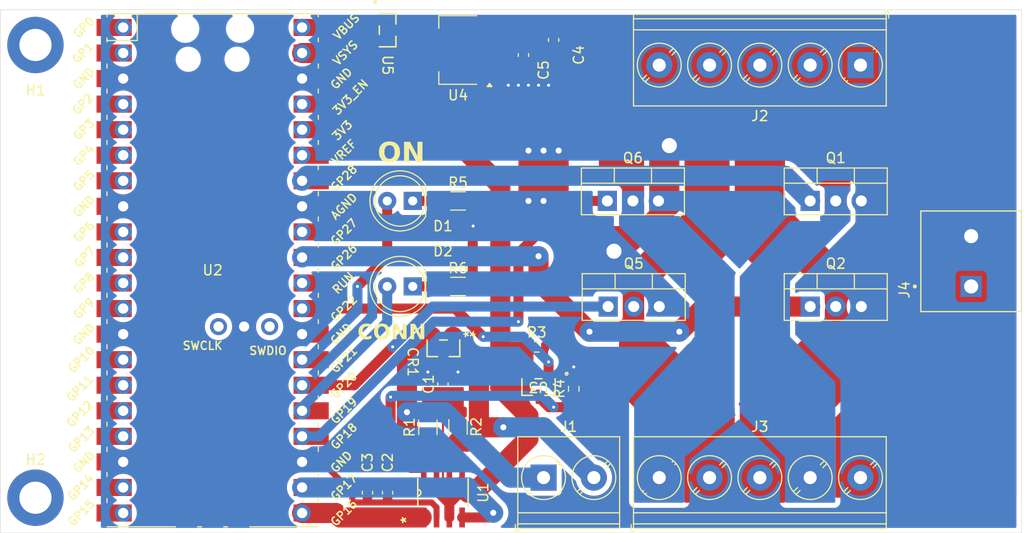
<source format=kicad_pcb>
(kicad_pcb (version 20240108) (generator "pcbnew") (generator_version "8.0")
  (layers (0 "F.Cu" signal) (31 "B.Cu" signal) (34 "B.Paste" user) (35 "F.Paste" user) (36 "B.SilkS" user "B.Silkscreen") (37 "F.SilkS" user "F.Silkscreen") (38 "B.Mask" user) (39 "F.Mask" user) (44 "Edge.Cuts" user))
  (net 0 "")
  (net 1 "GND")
  (net 2 "/CAN_VREF")
  (net 3 "VSYS")
  (net 4 "+12V")
  (net 5 "VCONV")
  (net 6 "/CANL")
  (net 7 "/CANH")
  (net 8 "/LED_ON")
  (net 9 "Net-(D1-K)")
  (net 10 "Net-(D2-K)")
  (net 11 "/LED_COMM")
  (net 12 "/LED_B")
  (net 13 "/LED_W")
  (net 14 "/LED_R")
  (net 15 "/LED_G")
  (net 16 "/GATE_R")
  (net 17 "/GATE_G")
  (net 18 "/GATE_B")
  (net 19 "/GATE_W")
  (net 20 "/CAN_ENL")
  (net 21 "/CAN_RS")
  (net 22 "/CAN_TX")
  (net 23 "/CAN_RX")
  (net 31 "VBUS")
  (footprint "Resistor_SMD:R_0603_1608Metric" (layer "F.Cu") (at 102 99.675 90)
    (property "Reference" "R4" (at 0 -1.43 90) (layer "F.SilkS"))
    (property "Value" "10KΩ" (hide yes))
    (pad "1" smd roundrect (at -0.825 0 90) (size 0.8 0.95) (layers "F.Cu" "F.Paste" "F.Mask") (net 21 "/CAN_RS"))
    (pad "2" smd roundrect (at 0.825 0 90) (size 0.8 0.95) (layers "F.Cu" "F.Paste" "F.Mask") (net 1 "GND"))
  )
  (footprint "pico:RPi_PicoW_SMD_TH" (layer "F.Cu") (at 66.11 87.89)
    (property "Reference" "U2" (at 0 0 0) (layer "F.SilkS"))
    (property "Value" "PicoW" (hide yes))
    (fp_text user "GP10" (at -13.054 8.89 45) (layer "F.SilkS") (effects (font (size 0.8 0.8))))
    (fp_text user "GP21" (at 13.054 8.9 45) (layer "F.SilkS") (effects (font (size 0.8 0.8))))
    (fp_text user "GP4" (at -12.8 -11.43 45) (layer "F.SilkS") (effects (font (size 0.8 0.8))))
    (fp_text user "SWCLK" (at -1 7.5 0) (layer "F.SilkS") (effects (font (size 0.8 0.8))))
    (fp_text user "GP16" (at 13.054 24.13 45) (layer "F.SilkS") (effects (font (size 0.8 0.8))))
    (fp_text user "GP17" (at 13.054 21.59 45) (layer "F.SilkS") (effects (font (size 0.8 0.8))))
    (fp_text user "GP14" (at -13.1 21.59 45) (layer "F.SilkS") (effects (font (size 0.8 0.8))))
    (fp_text user "SWDIO" (at 5.5 8 0) (layer "F.SilkS") (effects (font (size 0.8 0.8))))
    (fp_text user "GP8" (at -12.8 1.27 45) (layer "F.SilkS") (effects (font (size 0.8 0.8))))
    (fp_text user "GP11" (at -13.2 11.7525 45) (layer "F.SilkS") (effects (font (size 0.8 0.8))))
    (fp_text user "GP5" (at -12.8 -8.89 45) (layer "F.SilkS") (effects (font (size 0.8 0.8))))
    (fp_text user "VSYS" (at 13.2 -21.59 45) (layer "F.SilkS") (effects (font (size 0.8 0.8))))
    (fp_text user "GP2" (at -12.9 -16.51 45) (layer "F.SilkS") (effects (font (size 0.8 0.8))))
    (fp_text user "GND" (at -12.8 6.35 45) (layer "F.SilkS") (effects (font (size 0.8 0.8))))
    (fp_text user "GP27" (at 13.054 -3.8 45) (layer "F.SilkS") (effects (font (size 0.8 0.8))))
    (fp_text user "GP12" (at -13.2 14.2925 45) (layer "F.SilkS") (effects (font (size 0.8 0.8))))
    (fp_text user "GP28" (at 13.054 -9.144 45) (layer "F.SilkS") (effects (font (size 0.8 0.8))))
    (fp_text user "VBUS" (at 13.3 -24.2 45) (layer "F.SilkS") (effects (font (size 0.8 0.8))))
    (fp_text user "GP26" (at 13.054 -1.27 45) (layer "F.SilkS") (effects (font (size 0.8 0.8))))
    (fp_text user "VREF" (at 13.0675 -11.7425 45) (layer "F.SilkS") (effects (font (size 0.8 0.8))))
    (fp_text user "GP7" (at -12.7 -1.3 45) (layer "F.SilkS") (effects (font (size 0.8 0.8))))
    (fp_text user "GP20" (at 13.054 11.43 45) (layer "F.SilkS") (effects (font (size 0.8 0.8))))
    (fp_text user "GND" (at 12.8 -19.05 45) (layer "F.SilkS") (effects (font (size 0.8 0.8))))
    (fp_text user "GP6" (at -12.8 -3.81 45) (layer "F.SilkS") (effects (font (size 0.8 0.8))))
    (fp_text user "AGND" (at 13.054 -6.35 45) (layer "F.SilkS") (effects (font (size 0.8 0.8))))
    (fp_text user "GP1" (at -12.9 -21.6 45) (layer "F.SilkS") (effects (font (size 0.8 0.8))))
    (fp_text user "GP3" (at -12.8 -13.97 45) (layer "F.SilkS") (effects (font (size 0.8 0.8))))
    (fp_text user "GP18" (at 13.054 16.51 45) (layer "F.SilkS") (effects (font (size 0.8 0.8))))
    (fp_text user "GP13" (at -13.054 16.8325 45) (layer "F.SilkS") (effects (font (size 0.8 0.8))))
    (fp_text user "GND" (at 12.8 6.35 45) (layer "F.SilkS") (effects (font (size 0.8 0.8))))
    (fp_text user "GND" (at -12.8 19.05 45) (layer "F.SilkS") (effects (font (size 0.8 0.8))))
    (fp_text user "3V3" (at 12.9 -13.9 45) (layer "F.SilkS") (effects (font (size 0.8 0.8))))
    (fp_text user "GP9" (at -12.8 3.81 45) (layer "F.SilkS") (effects (font (size 0.8 0.8))))
    (fp_text user "GP0" (at -12.8 -24.13 45) (layer "F.SilkS") (effects (font (size 0.8 0.8))))
    (fp_text user "GND" (at -12.8 -19.05 45) (layer "F.SilkS") (effects (font (size 0.8 0.8))))
    (fp_text user "GP22" (at 13.054 3.81 45) (layer "F.SilkS") (effects (font (size 0.8 0.8))))
    (fp_text user "GP19" (at 13.054 13.97 45) (layer "F.SilkS") (effects (font (size 0.8 0.8))))
    (fp_text user "GP15" (at -13.054 24.13 45) (layer "F.SilkS") (effects (font (size 0.8 0.8))))
    (fp_text user "GND" (at -12.8 -6.35 45) (layer "F.SilkS") (effects (font (size 0.8 0.8))))
    (fp_text user "GND" (at 12.8 19.05 45) (layer "F.SilkS") (effects (font (size 0.8 0.8))))
    (fp_text user "3V3_EN" (at 13.7 -17.2 45) (layer "F.SilkS") (effects (font (size 0.8 0.8))))
    (fp_text user "RUN" (at 13 1.27 45) (layer "F.SilkS") (effects (font (size 0.8 0.8))))
    (pad "" np_thru_hole oval (at -2.725 -24) (size 1.8 1.8) (drill 1.8) (layers "*.Cu" "*.Mask"))
    (pad "" np_thru_hole oval (at -2.425 -20.97) (size 1.5 1.5) (drill 1.5) (layers "*.Cu" "*.Mask"))
    (pad "" np_thru_hole oval (at 2.425 -20.97) (size 1.5 1.5) (drill 1.5) (layers "*.Cu" "*.Mask"))
    (pad "" np_thru_hole oval (at 2.725 -24) (size 1.8 1.8) (drill 1.8) (layers "*.Cu" "*.Mask"))
    (pad "1" thru_hole oval (at -8.89 -24.13) (size 1.7 1.7) (drill 1.02) (layers "*.Cu" "*.Mask"))
    (pad "1" smd rect (at -8.89 -24.13) (size 3.5 1.7) (drill (offset -0.9 0)) (layers "F.Cu" "F.Mask"))
    (pad "2" thru_hole oval (at -8.89 -21.59) (size 1.7 1.7) (drill 1.02) (layers "*.Cu" "*.Mask"))
    (pad "2" smd rect (at -8.89 -21.59) (size 3.5 1.7) (drill (offset -0.9 0)) (layers "F.Cu" "F.Mask"))
    (pad "3" thru_hole rect (at -8.89 -19.05) (size 1.7 1.7) (drill 1.02) (layers "*.Cu" "*.Mask") (net 1 "GND"))
    (pad "3" smd rect (at -8.89 -19.05) (size 3.5 1.7) (drill (offset -0.9 0)) (layers "F.Cu" "F.Mask") (net 1 "GND"))
    (pad "4" thru_hole oval (at -8.89 -16.51) (size 1.7 1.7) (drill 1.02) (layers "*.Cu" "*.Mask"))
    (pad "4" smd rect (at -8.89 -16.51) (size 3.5 1.7) (drill (offset -0.9 0)) (layers "F.Cu" "F.Mask"))
    (pad "5" thru_hole oval (at -8.89 -13.97) (size 1.7 1.7) (drill 1.02) (layers "*.Cu" "*.Mask"))
    (pad "5" smd rect (at -8.89 -13.97) (size 3.5 1.7) (drill (offset -0.9 0)) (layers "F.Cu" "F.Mask"))
    (pad "6" thru_hole oval (at -8.89 -11.43) (size 1.7 1.7) (drill 1.02) (layers "*.Cu" "*.Mask"))
    (pad "6" smd rect (at -8.89 -11.43) (size 3.5 1.7) (drill (offset -0.9 0)) (layers "F.Cu" "F.Mask"))
    (pad "7" thru_hole oval (at -8.89 -8.89) (size 1.7 1.7) (drill 1.02) (layers "*.Cu" "*.Mask"))
    (pad "7" smd rect (at -8.89 -8.89) (size 3.5 1.7) (drill (offset -0.9 0)) (layers "F.Cu" "F.Mask"))
    (pad "8" thru_hole rect (at -8.89 -6.35) (size 1.7 1.7) (drill 1.02) (layers "*.Cu" "*.Mask") (net 1 "GND"))
    (pad "8" smd rect (at -8.89 -6.35) (size 3.5 1.7) (drill (offset -0.9 0)) (layers "F.Cu" "F.Mask") (net 1 "GND"))
    (pad "9" thru_hole oval (at -8.89 -3.81) (size 1.7 1.7) (drill 1.02) (layers "*.Cu" "*.Mask"))
    (pad "9" smd rect (at -8.89 -3.81) (size 3.5 1.7) (drill (offset -0.9 0)) (layers "F.Cu" "F.Mask"))
    (pad "10" thru_hole oval (at -8.89 -1.27) (size 1.7 1.7) (drill 1.02) (layers "*.Cu" "*.Mask"))
    (pad "10" smd rect (at -8.89 -1.27) (size 3.5 1.7) (drill (offset -0.9 0)) (layers "F.Cu" "F.Mask"))
    (pad "11" thru_hole oval (at -8.89 1.27) (size 1.7 1.7) (drill 1.02) (layers "*.Cu" "*.Mask"))
    (pad "11" smd rect (at -8.89 1.27) (size 3.5 1.7) (drill (offset -0.9 0)) (layers "F.Cu" "F.Mask"))
    (pad "12" thru_hole oval (at -8.89 3.81) (size 1.7 1.7) (drill 1.02) (layers "*.Cu" "*.Mask"))
    (pad "12" smd rect (at -8.89 3.81) (size 3.5 1.7) (drill (offset -0.9 0)) (layers "F.Cu" "F.Mask"))
    (pad "13" thru_hole rect (at -8.89 6.35) (size 1.7 1.7) (drill 1.02) (layers "*.Cu" "*.Mask") (net 1 "GND"))
    (pad "13" smd rect (at -8.89 6.35) (size 3.5 1.7) (drill (offset -0.9 0)) (layers "F.Cu" "F.Mask") (net 1 "GND"))
    (pad "14" thru_hole oval (at -8.89 8.89) (size 1.7 1.7) (drill 1.02) (layers "*.Cu" "*.Mask"))
    (pad "14" smd rect (at -8.89 8.89) (size 3.5 1.7) (drill (offset -0.9 0)) (layers "F.Cu" "F.Mask"))
    (pad "15" thru_hole oval (at -8.89 11.43) (size 1.7 1.7) (drill 1.02) (layers "*.Cu" "*.Mask"))
    (pad "15" smd rect (at -8.89 11.43) (size 3.5 1.7) (drill (offset -0.9 0)) (layers "F.Cu" "F.Mask"))
    (pad "16" thru_hole oval (at -8.89 13.97) (size 1.7 1.7) (drill 1.02) (layers "*.Cu" "*.Mask"))
    (pad "16" smd rect (at -8.89 13.97) (size 3.5 1.7) (drill (offset -0.9 0)) (layers "F.Cu" "F.Mask"))
    (pad "17" thru_hole oval (at -8.89 16.51) (size 1.7 1.7) (drill 1.02) (layers "*.Cu" "*.Mask"))
    (pad "17" smd rect (at -8.89 16.51) (size 3.5 1.7) (drill (offset -0.9 0)) (layers "F.Cu" "F.Mask"))
    (pad "18" thru_hole rect (at -8.89 19.05) (size 1.7 1.7) (drill 1.02) (layers "*.Cu" "*.Mask") (net 1 "GND"))
    (pad "18" smd rect (at -8.89 19.05) (size 3.5 1.7) (drill (offset -0.9 0)) (layers "F.Cu" "F.Mask") (net 1 "GND"))
    (pad "19" thru_hole oval (at -8.89 21.59) (size 1.7 1.7) (drill 1.02) (layers "*.Cu" "*.Mask"))
    (pad "19" smd rect (at -8.89 21.59) (size 3.5 1.7) (drill (offset -0.9 0)) (layers "F.Cu" "F.Mask"))
    (pad "20" thru_hole oval (at -8.89 24.13) (size 1.7 1.7) (drill 1.02) (layers "*.Cu" "*.Mask"))
    (pad "20" smd rect (at -8.89 24.13) (size 3.5 1.7) (drill (offset -0.9 0)) (layers "F.Cu" "F.Mask"))
    (pad "21" thru_hole oval (at 8.89 24.13) (size 1.7 1.7) (drill 1.02) (layers "*.Cu" "*.Mask") (net 22 "/CAN_TX"))
    (pad "21" smd rect (at 8.89 24.13) (size 3.5 1.7) (drill (offset 0.9 0)) (layers "F.Cu" "F.Mask") (net 22 "/CAN_TX"))
    (pad "22" thru_hole oval (at 8.89 21.59) (size 1.7 1.7) (drill 1.02) (layers "*.Cu" "*.Mask") (net 23 "/CAN_RX"))
    (pad "22" smd rect (at 8.89 21.59) (size 3.5 1.7) (drill (offset 0.9 0)) (layers "F.Cu" "F.Mask") (net 23 "/CAN_RX"))
    (pad "23" thru_hole rect (at 8.89 19.05) (size 1.7 1.7) (drill 1.02) (layers "*.Cu" "*.Mask") (net 1 "GND"))
    (pad "23" smd rect (at 8.89 19.05) (size 3.5 1.7) (drill (offset 0.9 0)) (layers "F.Cu" "F.Mask") (net 1 "GND"))
    (pad "24" thru_hole oval (at 8.89 16.51) (size 1.7 1.7) (drill 1.02) (layers "*.Cu" "*.Mask") (net 19 "/GATE_W"))
    (pad "24" smd rect (at 8.89 16.51) (size 3.5 1.7) (drill (offset 0.9 0)) (layers "F.Cu" "F.Mask") (net 19 "/GATE_W"))
    (pad "25" thru_hole oval (at 8.89 13.97) (size 1.7 1.7) (drill 1.02) (layers "*.Cu" "*.Mask") (net 11 "/LED_COMM"))
    (pad "25" smd rect (at 8.89 13.97) (size 3.5 1.7) (drill (offset 0.9 0)) (layers "F.Cu" "F.Mask") (net 11 "/LED_COMM"))
    (pad "26" thru_hole oval (at 8.89 11.43) (size 1.7 1.7) (drill 1.02) (layers "*.Cu" "*.Mask") (net 18 "/GATE_B"))
    (pad "26" smd rect (at 8.89 11.43) (size 3.5 1.7) (drill (offset 0.9 0)) (layers "F.Cu" "F.Mask") (net 18 "/GATE_B"))
    (pad "27" thru_hole oval (at 8.89 8.89) (size 1.7 1.7) (drill 1.02) (layers "*.Cu" "*.Mask") (net 8 "/LED_ON"))
    (pad "27" smd rect (at 8.89 8.89) (size 3.5 1.7) (drill (offset 0.9 0)) (layers "F.Cu" "F.Mask") (net 8 "/LED_ON"))
    (pad "28" thru_hole rect (at 8.89 6.35) (size 1.7 1.7) (drill 1.02) (layers "*.Cu" "*.Mask") (net 1 "GND"))
    (pad "28" smd rect (at 8.89 6.35) (size 3.5 1.7) (drill (offset 0.9 0)) (layers "F.Cu" "F.Mask") (net 1 "GND"))
    (pad "29" thru_hole oval (at 8.89 3.81) (size 1.7 1.7) (drill 1.02) (layers "*.Cu" "*.Mask") (net 20 "/CAN_ENL"))
    (pad "29" smd rect (at 8.89 3.81) (size 3.5 1.7) (drill (offset 0.9 0)) (layers "F.Cu" "F.Mask") (net 20 "/CAN_ENL"))
    (pad "30" thru_hole oval (at 8.89 1.27) (size 1.7 1.7) (drill 1.02) (layers "*.Cu" "*.Mask"))
    (pad "30" smd rect (at 8.89 1.27) (size 3.5 1.7) (drill (offset 0.9 0)) (layers "F.Cu" "F.Mask"))
    (pad "31" thru_hole oval (at 8.89 -1.27) (size 1.7 1.7) (drill 1.02) (layers "*.Cu" "*.Mask") (net 17 "/GATE_G"))
    (pad "31" smd rect (at 8.89 -1.27) (size 3.5 1.7) (drill (offset 0.9 0)) (layers "F.Cu" "F.Mask") (net 17 "/GATE_G"))
    (pad "32" thru_hole oval (at 8.89 -3.81) (size 1.7 1.7) (drill 1.02) (layers "*.Cu" "*.Mask"))
    (pad "32" smd rect (at 8.89 -3.81) (size 3.5 1.7) (drill (offset 0.9 0)) (layers "F.Cu" "F.Mask"))
    (pad "33" thru_hole rect (at 8.89 -6.35) (size 1.7 1.7) (drill 1.02) (layers "*.Cu" "*.Mask") (net 1 "GND"))
    (pad "33" smd rect (at 8.89 -6.35) (size 3.5 1.7) (drill (offset 0.9 0)) (layers "F.Cu" "F.Mask") (net 1 "GND"))
    (pad "34" thru_hole oval (at 8.89 -8.89) (size 1.7 1.7) (drill 1.02) (layers "*.Cu" "*.Mask") (net 16 "/GATE_R"))
    (pad "34" smd rect (at 8.89 -8.89) (size 3.5 1.7) (drill (offset 0.9 0)) (layers "F.Cu" "F.Mask") (net 16 "/GATE_R"))
    (pad "35" thru_hole oval (at 8.89 -11.43) (size 1.7 1.7) (drill 1.02) (layers "*.Cu" "*.Mask"))
    (pad "35" smd rect (at 8.89 -11.43) (size 3.5 1.7) (drill (offset 0.9 0)) (layers "F.Cu" "F.Mask"))
    (pad "36" thru_hole oval (at 8.89 -13.97) (size 1.7 1.7) (drill 1.02) (layers "*.Cu" "*.Mask"))
    (pad "36" smd rect (at 8.89 -13.97) (size 3.5 1.7) (drill (offset 0.9 0)) (layers "F.Cu" "F.Mask"))
    (pad "37" thru_hole oval (at 8.89 -16.51) (size 1.7 1.7) (drill 1.02) (layers "*.Cu" "*.Mask"))
    (pad "37" smd rect (at 8.89 -16.51) (size 3.5 1.7) (drill (offset 0.9 0)) (layers "F.Cu" "F.Mask"))
    (pad "38" thru_hole rect (at 8.89 -19.05) (size 1.7 1.7) (drill 1.02) (layers "*.Cu" "*.Mask") (net 1 "GND"))
    (pad "38" smd rect (at 8.89 -19.05) (size 3.5 1.7) (drill (offset 0.9 0)) (layers "F.Cu" "F.Mask") (net 1 "GND"))
    (pad "39" thru_hole oval (at 8.89 -21.59) (size 1.7 1.7) (drill 1.02) (layers "*.Cu" "*.Mask") (net 3 "VSYS"))
    (pad "39" smd rect (at 8.89 -21.59) (size 3.5 1.7) (drill (offset 0.9 0)) (layers "F.Cu" "F.Mask") (net 3 "VSYS"))
    (pad "40" thru_hole oval (at 8.89 -24.13) (size 1.7 1.7) (drill 1.02) (layers "*.Cu" "*.Mask") (net 31 "VBUS"))
    (pad "40" smd rect (at 8.89 -24.13) (size 3.5 1.7) (drill (offset 0.9 0)) (layers "F.Cu" "F.Mask") (net 31 "VBUS"))
    (pad "41" thru_hole oval (at 0.5841 5.6) (size 1.7 1.7) (drill 1.02) (layers "*.Cu" "*.Mask"))
    (pad "42" thru_hole rect (at 3.1241 5.6) (size 1.7 1.7) (drill 1.02) (layers "*.Cu" "*.Mask") (net 1 "GND"))
    (pad "43" thru_hole oval (at 5.6641 5.6) (size 1.7 1.7) (drill 1.02) (layers "*.Cu" "*.Mask"))
  )
  (footprint "Capacitor_SMD:C_0603_1608Metric" (layer "F.Cu") (at 100 65 -90)
    (property "Reference" "C4" (at 1.5 -2.5 90) (layer "F.SilkS"))
    (property "Value" "10μF" (hide yes))
    (pad "1" smd roundrect (at -0.775 0 270) (size 0.9 0.95) (layers "F.Cu" "F.Paste" "F.Mask") (net 4 "+12V"))
    (pad "2" smd roundrect (at 0.775 0 270) (size 0.9 0.95) (layers "F.Cu" "F.Paste" "F.Mask") (net 1 "GND"))
  )
  (footprint "dmg2305ux:SOT-23_DIO" (layer "F.Cu") (at 83.5 64.0284 -90)
    (property "Reference" "U5" (at 3.4716 0 -90) (layer "F.SilkS"))
    (property "Value" "DMG2305UX-7" (hide yes))
    (pad "1" smd rect (at -1.024999 0.944999 270) (size 0.8128 0.889) (layers "F.Cu" "F.Paste" "F.Mask") (net 31 "VBUS"))
    (pad "2" smd rect (at 1.024999 0.944999 270) (size 0.8128 0.889) (layers "F.Cu" "F.Paste" "F.Mask") (net 3 "VSYS"))
    (pad "3" smd rect (at 0 -0.945 270) (size 0.8128 0.889) (layers "F.Cu" "F.Paste" "F.Mask") (net 5 "VCONV"))
  )
  (footprint "Package_TO_SOT_THT:TO-220-3_Vertical" (layer "F.Cu") (at 125.5 81)
    (property "Reference" "Q1" (at 2.54 -4.27 0) (layer "F.SilkS"))
    (property "Value" "IRLB8721PBF" (hide yes))
    (pad "1" thru_hole rect (at 0 0) (size 1.905 2) (drill 1.1) (layers "*.Cu" "*.Mask") (net 16 "/GATE_R"))
    (pad "2" thru_hole oval (at 2.54 0) (size 1.905 2) (drill 1.1) (layers "*.Cu" "*.Mask") (net 14 "/LED_R"))
    (pad "3" thru_hole oval (at 5.08 0) (size 1.905 2) (drill 1.1) (layers "*.Cu" "*.Mask") (net 1 "GND"))
  )
  (footprint "TerminalBlock_Phoenix:TerminalBlock_Phoenix_PT-1,5-5-5.0-H_1x05_P5.00mm_Horizontal" (layer "F.Cu") (at 130.5 67.5 180)
    (property "Reference" "J2" (at 10 -5.06 0) (layer "F.SilkS"))
    (property "Value" "Screw_Terminal_01x05" (hide yes))
    (pad "1" thru_hole rect (at 0 0 180) (size 2.6 2.6) (drill 1.3) (layers "*.Cu" "*.Mask") (net 4 "+12V"))
    (pad "2" thru_hole circle (at 5 0 180) (size 2.6 2.6) (drill 1.3) (layers "*.Cu" "*.Mask") (net 14 "/LED_R"))
    (pad "3" thru_hole circle (at 10 0 180) (size 2.6 2.6) (drill 1.3) (layers "*.Cu" "*.Mask") (net 15 "/LED_G"))
    (pad "4" thru_hole circle (at 15 0 180) (size 2.6 2.6) (drill 1.3) (layers "*.Cu" "*.Mask") (net 12 "/LED_B"))
    (pad "5" thru_hole circle (at 20 0 180) (size 2.6 2.6) (drill 1.3) (layers "*.Cu" "*.Mask") (net 13 "/LED_W"))
  )
  (footprint "MountingHole:MountingHole_3.2mm_M3_DIN965_Pad" (layer "F.Cu") (at 48.5 65.5)
    (property "Reference" "H1" (at 0 4.5 0) (layer "F.SilkS"))
    (property "Value" "MountingHole" (hide yes))
    (pad "1" thru_hole circle (at 0 0) (size 5.6 5.6) (drill 3.2) (layers "*.Cu" "*.Mask"))
  )
  (footprint "Capacitor_SMD:C_0603_1608Metric" (layer "F.Cu") (at 89 99.225 90)
    (property "Reference" "C1" (at 0 -1.43 90) (layer "F.SilkS"))
    (property "Value" "4.7uF" (hide yes))
    (pad "1" smd roundrect (at -0.775 0 90) (size 0.9 0.95) (layers "F.Cu" "F.Paste" "F.Mask") (net 2 "/CAN_VREF"))
    (pad "2" smd roundrect (at 0.775 0 90) (size 0.9 0.95) (layers "F.Cu" "F.Paste" "F.Mask") (net 1 "GND"))
  )
  (footprint "Package_TO_SOT_THT:TO-220-3_Vertical" (layer "F.Cu") (at 125.5 91.5)
    (property "Reference" "Q2" (at 2.54 -4.27 0) (layer "F.SilkS"))
    (property "Value" "IRLB8721PBF" (hide yes))
    (pad "1" thru_hole rect (at 0 0) (size 1.905 2) (drill 1.1) (layers "*.Cu" "*.Mask") (net 17 "/GATE_G"))
    (pad "2" thru_hole oval (at 2.54 0) (size 1.905 2) (drill 1.1) (layers "*.Cu" "*.Mask") (net 15 "/LED_G"))
    (pad "3" thru_hole oval (at 5.08 0) (size 1.905 2) (drill 1.1) (layers "*.Cu" "*.Mask") (net 1 "GND"))
  )
  (footprint "Capacitor_SMD:C_0603_1608Metric" (layer "F.Cu") (at 83.5 110 -90)
    (property "Reference" "C2" (at -3 0 90) (layer "F.SilkS"))
    (property "Value" "10uF" (hide yes))
    (pad "1" smd roundrect (at -0.775 0 270) (size 0.9 0.95) (layers "F.Cu" "F.Paste" "F.Mask") (net 3 "VSYS"))
    (pad "2" smd roundrect (at 0.775 0 270) (size 0.9 0.95) (layers "F.Cu" "F.Paste" "F.Mask") (net 1 "GND"))
  )
  (footprint "TerminalBlock_Phoenix:TerminalBlock_Phoenix_PT-1,5-2-5.0-H_1x02_P5.00mm_Horizontal" (layer "F.Cu") (at 99 108.5)
    (property "Reference" "J1" (at 2.5 -5.06 0) (layer "F.SilkS"))
    (property "Value" "Screw_Terminal_01x02" (hide yes))
    (pad "1" thru_hole rect (at 0 0) (size 2.6 2.6) (drill 1.3) (layers "*.Cu" "*.Mask") (net 7 "/CANH"))
    (pad "2" thru_hole circle (at 5 0) (size 2.6 2.6) (drill 1.3) (layers "*.Cu" "*.Mask") (net 6 "/CANL"))
  )
  (footprint "Resistor_SMD:R_1206_3216Metric" (layer "F.Cu") (at 90.5 103.4625 -90)
    (property "Reference" "R2" (at 0 -1.82 90) (layer "F.SilkS"))
    (property "Value" "60Ω" (hide yes))
    (pad "1" smd roundrect (at -1.4625 0 270) (size 1.125 1.75) (layers "F.Cu" "F.Paste" "F.Mask") (roundrect_rratio 0.222222) (net 2 "/CAN_VREF"))
    (pad "2" smd roundrect (at 1.4625 0 270) (size 1.125 1.75) (layers "F.Cu" "F.Paste" "F.Mask") (roundrect_rratio 0.222222) (net 6 "/CANL"))
  )
  (footprint "Package_TO_SOT_THT:TO-220-3_Vertical" (layer "F.Cu") (at 105.34 81)
    (property "Reference" "Q6" (at 2.54 -4.27 0) (layer "F.SilkS"))
    (property "Value" "IRLB8721PBF" (hide yes))
    (pad "1" thru_hole rect (at 0 0) (size 1.905 2) (drill 1.1) (layers "*.Cu" "*.Mask") (net 19 "/GATE_W"))
    (pad "2" thru_hole oval (at 2.54 0) (size 1.905 2) (drill 1.1) (layers "*.Cu" "*.Mask") (net 13 "/LED_W"))
    (pad "3" thru_hole oval (at 5.08 0) (size 1.905 2) (drill 1.1) (layers "*.Cu" "*.Mask") (net 1 "GND"))
  )
  (footprint "Resistor_SMD:R_1206_3216Metric" (layer "F.Cu") (at 87.5 103.5 90)
    (property "Reference" "R1" (at 0 -1.82 90) (layer "F.SilkS"))
    (property "Value" "60Ω" (hide yes))
    (pad "1" smd roundrect (at -1.4625 0 90) (size 1.125 1.75) (layers "F.Cu" "F.Paste" "F.Mask") (roundrect_rratio 0.222222) (net 7 "/CANH"))
    (pad "2" smd roundrect (at 1.4625 0 90) (size 1.125 1.75) (layers "F.Cu" "F.Paste" "F.Mask") (roundrect_rratio 0.222222) (net 2 "/CAN_VREF"))
  )
  (footprint "fdn340p:SOT-23_ONS" (layer "F.Cu") (at 98.5 99.5 180)
    (property "Reference" "U3" (at 0 0 180) (layer "F.SilkS"))
    (property "Value" "FDN340P" (hide yes))
    (pad "1" smd rect (at -0.9525 0.9652 180) (size 0.5588 1.4224) (layers "F.Cu" "F.Paste" "F.Mask") (net 20 "/CAN_ENL"))
    (pad "2" smd rect (at 0.9525 0.9652 180) (size 0.5588 1.4224) (layers "F.Cu" "F.Paste" "F.Mask") (net 3 "VSYS"))
    (pad "3" smd rect (at 0 -0.9652 180) (size 0.5588 1.4224) (layers "F.Cu" "F.Paste" "F.Mask") (net 21 "/CAN_RS"))
  )
  (footprint "Resistor_SMD:R_1206_3216Metric" (layer "F.Cu") (at 90.5 89.5)
    (property "Reference" "R6" (at 0 -1.82 0) (layer "F.SilkS"))
    (property "Value" "60Ω" (hide yes))
    (pad "1" smd roundrect (at -1.4625 0) (size 1.125 1.75) (layers "F.Cu" "F.Paste" "F.Mask") (roundrect_rratio 0.222222) (net 10 "Net-(D2-K)"))
    (pad "2" smd roundrect (at 1.4625 0) (size 1.125 1.75) (layers "F.Cu" "F.Paste" "F.Mask") (roundrect_rratio 0.222222) (net 1 "GND"))
  )
  (footprint "Package_TO_SOT_SMD:SOT-223-3_TabPin2" (layer "F.Cu") (at 90.5 66 180)
    (property "Reference" "U4" (at 0 -4.5 360) (layer "F.SilkS"))
    (property "Value" "NCP1117-3.3_SOT223" (hide yes))
    (pad "1" smd roundrect (at -3.15 -2.3 180) (size 2 1.5) (layers "F.Cu" "F.Paste" "F.Mask") (net 1 "GND"))
    (pad "2" smd roundrect (at -3.15 0 180) (size 2 1.5) (layers "F.Cu" "F.Paste" "F.Mask") (net 5 "VCONV"))
    (pad "2" smd roundrect (at 3.15 0 180) (size 2 3.8) (layers "F.Cu" "F.Paste" "F.Mask") (net 5 "VCONV"))
    (pad "3" smd roundrect (at -3.15 2.3 180) (size 2 1.5) (layers "F.Cu" "F.Paste" "F.Mask") (net 4 "+12V"))
  )
  (footprint "Resistor_SMD:R_0603_1608Metric" (layer "F.Cu") (at 98.325 95.5)
    (property "Reference" "R3" (at 0 -1.43 0) (layer "F.SilkS"))
    (property "Value" "100KΩ" (hide yes))
    (pad "1" smd roundrect (at -0.825 0) (size 0.8 0.95) (layers "F.Cu" "F.Paste" "F.Mask") (net 3 "VSYS"))
    (pad "2" smd roundrect (at 0.825 0) (size 0.8 0.95) (layers "F.Cu" "F.Paste" "F.Mask") (net 20 "/CAN_ENL"))
  )
  (footprint "can:D8" (layer "F.Cu") (at 89 110 90)
    (property "Reference" "U1" (at 0 4 90) (layer "F.SilkS"))
    (property "Value" "SN65HVD230DR" (hide yes))
    (fp_text user "*" (at -2.7178 -3.6068 90) (layer "F.SilkS"))
    (fp_text user "*" (at -2.7178 -3.6068 90) (layer "F.SilkS"))
    (pad "1" smd rect (at -2.4638 -1.905 90) (size 1.9812 0.5588) (layers "F.Cu" "F.Paste" "F.Mask") (net 22 "/CAN_TX"))
    (pad "2" smd rect (at -2.4638 -0.635 90) (size 1.9812 0.5588) (layers "F.Cu" "F.Paste" "F.Mask") (net 1 "GND"))
    (pad "3" smd rect (at -2.4638 0.635 90) (size 1.9812 0.5588) (layers "F.Cu" "F.Paste" "F.Mask") (net 3 "VSYS"))
    (pad "4" smd rect (at -2.4638 1.905 90) (size 1.9812 0.5588) (layers "F.Cu" "F.Paste" "F.Mask") (net 23 "/CAN_RX"))
    (pad "5" smd rect (at 2.4638 1.905 90) (size 1.9812 0.5588) (layers "F.Cu" "F.Paste" "F.Mask") (net 2 "/CAN_VREF"))
    (pad "6" smd rect (at 2.4638 0.635 90) (size 1.9812 0.5588) (layers "F.Cu" "F.Paste" "F.Mask") (net 6 "/CANL"))
    (pad "7" smd rect (at 2.4638 -0.635 90) (size 1.9812 0.5588) (layers "F.Cu" "F.Paste" "F.Mask") (net 7 "/CANH"))
    (pad "8" smd rect (at 2.4638 -1.905 90) (size 1.9812 0.5588) (layers "F.Cu" "F.Paste" "F.Mask") (net 21 "/CAN_RS"))
  )
  (footprint "TerminalBlock_Phoenix:TerminalBlock_Phoenix_PT-1,5-5-5.0-H_1x05_P5.00mm_Horizontal" (layer "F.Cu") (at 110.5 108.5)
    (property "Reference" "J3" (at 10 -5.06 0) (layer "F.SilkS"))
    (property "Value" "Screw_Terminal_01x05" (hide yes))
    (pad "1" thru_hole rect (at 0 0) (size 2.6 2.6) (drill 1.3) (layers "*.Cu" "*.Mask") (net 13 "/LED_W"))
    (pad "2" thru_hole circle (at 5 0) (size 2.6 2.6) (drill 1.3) (layers "*.Cu" "*.Mask") (net 12 "/LED_B"))
    (pad "3" thru_hole circle (at 10 0) (size 2.6 2.6) (drill 1.3) (layers "*.Cu" "*.Mask") (net 15 "/LED_G"))
    (pad "4" thru_hole circle (at 15 0) (size 2.6 2.6) (drill 1.3) (layers "*.Cu" "*.Mask") (net 14 "/LED_R"))
    (pad "5" thru_hole circle (at 20 0) (size 2.6 2.6) (drill 1.3) (layers "*.Cu" "*.Mask") (net 4 "+12V"))
  )
  (footprint "Capacitor_SMD:C_0603_1608Metric" (layer "F.Cu") (at 97 66.5 -90)
    (property "Reference" "C5" (at 1.5 -2 90) (layer "F.SilkS"))
    (property "Value" "10μF" (hide yes))
    (pad "1" smd roundrect (at -0.775 0 270) (size 0.9 0.95) (layers "F.Cu" "F.Paste" "F.Mask") (net 5 "VCONV"))
    (pad "2" smd roundrect (at 0.775 0 270) (size 0.9 0.95) (layers "F.Cu" "F.Paste" "F.Mask") (net 1 "GND"))
  )
  (footprint "Package_TO_SOT_THT:TO-220-3_Vertical" (layer "F.Cu") (at 105.42 91.5)
    (property "Reference" "Q5" (at 2.54 -4.27 0) (layer "F.SilkS"))
    (property "Value" "IRLB8721PBF" (hide yes))
    (pad "1" thru_hole rect (at 0 0) (size 1.905 2) (drill 1.1) (layers "*.Cu" "*.Mask") (net 18 "/GATE_B"))
    (pad "2" thru_hole oval (at 2.54 0) (size 1.905 2) (drill 1.1) (layers "*.Cu" "*.Mask") (net 12 "/LED_B"))
    (pad "3" thru_hole oval (at 5.08 0) (size 1.905 2) (drill 1.1) (layers "*.Cu" "*.Mask") (net 1 "GND"))
  )
  (footprint "Capacitor_SMD:C_0603_1608Metric" (layer "F.Cu") (at 81.5 110 -90)
    (property "Reference" "C3" (at -3 0 90) (layer "F.SilkS"))
    (property "Value" "100nF" (hide yes))
    (pad "1" smd roundrect (at -0.775 0 270) (size 0.9 0.95) (layers "F.Cu" "F.Paste" "F.Mask") (net 3 "VSYS"))
    (pad "2" smd roundrect (at 0.775 0 270) (size 0.9 0.95) (layers "F.Cu" "F.Paste" "F.Mask") (net 1 "GND"))
  )
  (footprint "MountingHole:MountingHole_3.2mm_M3_DIN965_Pad" (layer "F.Cu") (at 48.5 110.5)
    (property "Reference" "H2" (at 0 -3.8 0) (layer "F.SilkS"))
    (property "Value" "MountingHole" (hide yes))
    (pad "1" thru_hole circle (at 0 0) (size 5.6 5.6) (drill 3.2) (layers "*.Cu" "*.Mask"))
  )
  (footprint "Resistor_SMD:R_1206_3216Metric" (layer "F.Cu") (at 90.5 81)
    (property "Reference" "R5" (at 0 -1.82 0) (layer "F.SilkS"))
    (property "Value" "60Ω" (hide yes))
    (pad "1" smd roundrect (at -1.4625 0) (size 1.125 1.75) (layers "F.Cu" "F.Paste" "F.Mask") (roundrect_rratio 0.222222) (net 9 "Net-(D1-K)"))
    (pad "2" smd roundrect (at 1.4625 0) (size 1.125 1.75) (layers "F.Cu" "F.Paste" "F.Mask") (roundrect_rratio 0.222222) (net 1 "GND"))
  )
  (footprint "LED_THT:LED_D5.0mm" (layer "F.Cu") (at 86 89.5 180)
    (property "Reference" "D2" (at -3 3.5 360) (layer "F.SilkS"))
    (property "Value" "LED" (hide yes))
    (pad "1" thru_hole rect (at 0 0 180) (size 1.8 1.8) (drill 0.9) (layers "*.Cu" "*.Mask") (net 10 "Net-(D2-K)"))
    (pad "2" thru_hole circle (at 2.54 0 180) (size 1.8 1.8) (drill 0.9) (layers "*.Cu" "*.Mask") (net 11 "/LED_COMM"))
  )
  (footprint "282856-2:TE_282856-2" (layer "F.Cu") (at 141.5 87 90)
    (property "Reference" "J4" (at -2.825 -6.635 90) (layer "F.SilkS"))
    (property "Value" "282856-2" (hide yes))
    (pad "1" thru_hole rect (at -2.5 0 90) (size 2.1 2.1) (drill 1.4) (layers "*.Cu" "*.Mask") (net 4 "+12V"))
    (pad "2" thru_hole circle (at 2.5 0 90) (size 2.1 2.1) (drill 1.4) (layers "*.Cu" "*.Mask") (net 1 "GND"))
  )
  (footprint "pesd:SOT23_PESD1_NEX" (layer "F.Cu") (at 89.049999 95.64935 -90)
    (property "Reference" "CR1" (at 1.35065 3.049999 -90) (layer "F.SilkS"))
    (property "Value" "PESD1CAN_215" (hide yes))
    (fp_text user "*" (at -1.40335 -2.5756 90) (layer "F.SilkS"))
    (fp_text user "*" (at -1.40335 -2.5756 -90) (layer "F.SilkS"))
    (pad "1" smd rect (at -1.14935 -0.950001 270) (size 0.9017 0.4826) (layers "F.Cu" "F.Paste" "F.Mask") (net 6 "/CANL"))
    (pad "2" smd rect (at -1.14935 0.950001 270) (size 0.9017 0.4826) (layers "F.Cu" "F.Paste" "F.Mask") (net 7 "/CANH"))
    (pad "3" smd rect (at 1.14935 0 270) (size 0.9017 0.4826) (layers "F.Cu" "F.Paste" "F.Mask") (net 1 "GND"))
  )
  (footprint "LED_THT:LED_D5.0mm" (layer "F.Cu") (at 86 81 180)
    (property "Reference" "D1" (at -3 -2.5 360) (layer "F.SilkS"))
    (property "Value" "LED" (hide yes))
    (pad "1" thru_hole rect (at 0 0 180) (size 1.8 1.8) (drill 0.9) (layers "*.Cu" "*.Mask") (net 9 "Net-(D1-K)"))
    (pad "2" thru_hole circle (at 2.54 0 180) (size 1.8 1.8) (drill 0.9) (layers "*.Cu" "*.Mask") (net 8 "/LED_ON"))
  )
  (gr_rect (start 45 62) (end 146.5 114) (stroke (width 0.05)) (fill none) (layer "Edge.Cuts"))
  (gr_text "ON" (at 82.5 77.5 0) (layer "F.SilkS") (effects (font (size 2 2) (thickness 0.4) (bold yes)) (justify left bottom)))
  (gr_text "CONN" (at 80.5 95 0) (layer "F.SilkS") (effects (font (size 1.5 1.5) (thickness 0.25) (bold yes)) (justify left bottom)))
  (segment (start 76.96 106.94) (end 75 106.94) (width 0.6) (layer "F.Cu") (net 1))
  (segment (start 102 98.85) (end 102 97.5) (width 1) (layer "F.Cu") (net 1))
  (segment (start 91.9625 83.5375) (end 92 83.5) (width 1) (layer "F.Cu") (net 1))
  (segment (start 80.0268 110.9732) (end 80 111) (width 0.6) (layer "F.Cu") (net 1))
  (segment (start 88.365 111.4638) (end 87.8744 110.9732) (width 0.6) (layer "F.Cu") (net 1))
  (segment (start 80 111) (end 80 109.98) (width 0.6) (layer "F.Cu") (net 1))
  (segment (start 88.365 112.4638) (end 88.365 111.4638) (width 0.6) (layer "F.Cu") (net 1))
  (segment (start 91.9625 89.5) (end 91.9625 83.5375) (width 1) (layer "F.Cu") (net 1))
  (segment (start 91.9625 81) (end 91.9625 83.4625) (width 1) (layer "F.Cu") (net 1))
  (segment (start 87.8744 110.9732) (end 80.0268 110.9732) (width 0.6) (layer "F.Cu") (net 1))
  (segment (start 80 109.98) (end 76.96 106.94) (width 0.6) (layer "F.Cu") (net 1))
  (segment (start 91.9625 83.4625) (end 92 83.5) (width 1) (layer "F.Cu") (net 1))
  (via (at 95.5 69.5) (size 0.6) (drill 0.3) (layers "F.Cu" "B.Cu") (net 1))
  (via (at 96.5 69.5) (size 0.6) (drill 0.3) (layers "F.Cu" "B.Cu") (net 1))
  (via (at 99 81) (size 1) (drill 0.6) (layers "F.Cu" "B.Cu") (net 1))
  (via (at 102 97.5) (size 0.6) (drill 0.3) (layers "F.Cu" "B.Cu") (net 1))
  (via (at 100.5 76) (size 1) (drill 0.6) (layers "F.Cu" "B.Cu") (net 1))
  (via (at 87.5 98) (size 0.6) (drill 0.3) (layers "F.Cu" "B.Cu") (net 1))
  (via (at 99 76) (size 1) (drill 0.6) (layers "F.Cu" "B.Cu") (net 1))
  (via (at 97.5 76) (size 1) (drill 0.6) (layers "F.Cu" "B.Cu") (net 1))
  (via (at 97.5 69.5) (size 0.6) (drill 0.3) (layers "F.Cu" "B.Cu") (net 1))
  (via (at 92 83.5) (size 0.6) (drill 0.3) (layers "F.Cu" "B.Cu") (net 1))
  (via (at 90.5 98) (size 0.6) (drill 0.3) (layers "F.Cu" "B.Cu") (net 1))
  (via (at 99.5 69.5) (size 0.6) (drill 0.3) (layers "F.Cu" "B.Cu") (net 1))
  (via (at 97.5 81) (size 1) (drill 0.6) (layers "F.Cu" "B.Cu") (net 1))
  (via (at 98.5 69.5) (size 0.6) (drill 0.3) (layers "F.Cu" "B.Cu") (net 1))
  (via (at 106 86) (size 2) (drill 1.5) (layers "F.Cu" "B.Cu") (net 1))
  (via (at 111.5 75.5) (size 2) (drill 1.5) (layers "F.Cu" "B.Cu") (net 1))
  (segment (start 87.5 102.0375) (end 90.4625 102.0375) (width 1) (layer "F.Cu") (net 2))
  (segment (start 90.4625 102.0375) (end 90.5 102) (width 1) (layer "F.Cu") (net 2))
  (segment (start 90.3256 108.8268) (end 89.0556 108.8268) (width 0.2) (layer "F.Cu") (net 2))
  (segment (start 90.905 107.5362) (end 90.905 108.2474) (width 0.2) (layer "F.Cu") (net 2))
  (segment (start 89.0556 108.8268) (end 89 108.7712) (width 0.2) (layer "F.Cu") (net 2))
  (segment (start 90.905 108.2474) (end 90.3256 108.8268) (width 0.2) (layer "F.Cu") (net 2))
  (segment (start 89 108.7712) (end 89 102) (width 0.2) (layer "F.Cu") (net 2))
  (segment (start 97.5 104.6112) (end 97.5 102.3764) (width 2) (layer "F.Cu") (net 3))
  (segment (start 89.635 112.4638) (end 89.635 111.0638) (width 1) (layer "F.Cu") (net 3))
  (segment (start 83.5018 109.2268) (end 87.798 109.2268) (width 1) (layer "F.Cu") (net 3))
  (segment (start 91.5 110) (end 92.1112 110) (width 2) (layer "F.Cu") (net 3))
  (segment (start 90.6988 110) (end 91.5 110) (width 1) (layer "F.Cu") (net 3))
  (segment (start 83.5 109.225) (end 83.5018 109.2268) (width 1) (layer "F.Cu") (net 3))
  (segment (start 81.559328 66.3) (end 82.680465 65.178863) (width 2) (layer "F.Cu") (net 3))
  (segment (start 89.635 111.0638) (end 90.6988 110) (width 1) (layer "F.Cu") (net 3))
  (segment (start 94.702 79.442672) (end 81.559328 66.3) (width 2) (layer "F.Cu") (net 3))
  (segment (start 81.559328 66.3) (end 75 66.3) (width 2) (layer "F.Cu") (net 3))
  (segment (start 87.798 109.2268) (end 89.635 111.0638) (width 1) (layer "F.Cu") (net 3))
  (segment (start 92.1112 110) (end 97.5 104.6112) (width 2) (layer "F.Cu") (net 3))
  (segment (start 97.5 102.3764) (end 94.702 99.5784) (width 2) (layer "F.Cu") (net 3))
  (segment (start 91.5 110) (end 88.5712 110) (width 1) (layer "F.Cu") (net 3))
  (segment (start 81.5 109.225) (end 83.5 109.225) (width 1) (layer "F.Cu") (net 3))
  (segment (start 88.5712 110) (end 87.798 109.2268) (width 1) (layer "F.Cu") (net 3))
  (segment (start 94.702 99.5784) (end 94.702 79.442672) (width 2) (layer "F.Cu") (net 3))
  (segment (start 126.7 63.7) (end 93.65 63.7) (width 2) (layer "F.Cu") (net 4))
  (segment (start 130.5 67.5) (end 126.7 63.7) (width 2) (layer "F.Cu") (net 4))
  (segment (start 93.65 66) (end 96.725 66) (width 1) (layer "F.Cu") (net 5))
  (segment (start 96.725 66) (end 97 65.725) (width 1) (layer "F.Cu") (net 5))
  (segment (start 91.375 104.925) (end 92.575 103.725) (width 2) (layer "F.Cu") (net 6))
  (segment (start 92.8 103.5) (end 92.575 103.725) (width 2) (layer "F.Cu") (net 6))
  (segment (start 90.5 104.925) (end 91.375 104.925) (width 2) (layer "F.Cu") (net 6))
  (segment (start 95 103.5) (end 92.8 103.5) (width 2) (layer "F.Cu") (net 6))
  (segment (start 92.575 103.725) (end 92.575 97.075) (width 2) (layer "F.Cu") (net 6))
  (segment (start 89.635 107.5362) (end 89.635 105.79) (width 0.6) (layer "F.Cu") (net 6))
  (segment (start 92.575 97.075) (end 90 94.5) (width 2) (layer "F.Cu") (net 6))
  (segment (start 89.635 105.79) (end 90.5 104.925) (width 0.6) (layer "F.Cu") (net 6))
  (via (at 95 103.5) (size 1) (drill 0.6) (layers "F.Cu" "B.Cu") (net 6))
  (segment (start 99 103.5) (end 95 103.5) (width 2) (layer "B.Cu") (net 6))
  (segment (start 104 108.5) (end 99 103.5) (width 2) (layer "B.Cu") (net 6))
  (segment (start 85.425 96.948) (end 87.873 94.5) (width 2) (layer "F.Cu") (net 7))
  (segment (start 86.625 104.9625) (end 85.425 103.7625) (width 2) (layer "F.Cu") (net 7))
  (segment (start 85.425 102) (end 85.425 96.948) (width 2) (layer "F.Cu") (net 7))
  (segment (start 88.365 105.8275) (end 87.5 104.9625) (width 0.6) (layer "F.Cu") (net 7))
  (segment (start 85.425 103.7625) (end 85.425 102) (width 2) (layer "F.Cu") (net 7))
  (segment (start 88.365 107.5362) (end 88.365 105.8275) (width 0.6) (layer "F.Cu") (net 7))
  (segment (start 87.5 104.9625) (end 86.625 104.9625) (width 2) (layer "F.Cu") (net 7))
  (via (at 85.425 102) (size 1) (drill 0.6) (layers "F.Cu" "B.Cu") (net 7))
  (segment (start 99 108.5) (end 95.7 108.5) (width 2) (layer "B.Cu") (net 7))
  (segment (start 95.7 108.5) (end 89.2 102) (width 2) (layer "B.Cu") (net 7))
  (segment (start 89.2 102) (end 85.425 102) (width 2) (layer "B.Cu") (net 7))
  (segment (start 83.46 81) (end 83.46 86.54) (width 1) (layer "F.Cu") (net 8))
  (segment (start 83.46 86.54) (end 80.5 89.5) (width 1) (layer "F.Cu") (net 8))
  (via (at 80.5 89.5) (size 0.6) (drill 0.3) (layers "F.Cu" "B.Cu") (net 8))
  (segment (start 75.56 96.78) (end 75 96.78) (width 1) (layer "B.Cu") (net 8))
  (segment (start 80.5 89.5) (end 80.5 91.84) (width 1) (layer "B.Cu") (net 8))
  (segment (start 80.5 91.84) (end 75.56 96.78) (width 1) (layer "B.Cu") (net 8))
  (segment (start 86 81) (end 89.0375 81) (width 1) (layer "F.Cu") (net 9))
  (segment (start 86 89.5) (end 89.0375 89.5) (width 1) (layer "F.Cu") (net 10))
  (segment (start 75 101.512032) (end 75 101.86) (width 1) (layer "B.Cu") (net 11))
  (segment (start 83.46 89.5) (end 83.46 93.052032) (width 1) (layer "B.Cu") (net 11))
  (segment (start 83.46 93.052032) (end 75 101.512032) (width 1) (layer "B.Cu") (net 11))
  (segment (start 123 78.5) (end 75.5 78.5) (width 2) (layer "B.Cu") (net 16))
  (segment (start 75.5 78.5) (end 75 79) (width 2) (layer "B.Cu") (net 16))
  (segment (start 125.5 81) (end 123 78.5) (width 2) (layer "B.Cu") (net 16))
  (segment (start 125.5 91.5) (end 115 91.5) (width 2) (layer "F.Cu") (net 17))
  (segment (start 98.5 86.5) (end 98.5 88.9325) (width 2) (layer "F.Cu") (net 17))
  (segment (start 115 91.5) (end 112.5 94) (width 2) (layer "F.Cu") (net 17))
  (segment (start 98.5 88.9325) (end 103.5675 94) (width 2) (layer "F.Cu") (net 17))
  (via (at 112.5 94) (size 1) (drill 0.6) (layers "F.Cu" "B.Cu") (net 17))
  (via (at 103.5675 94) (size 1) (drill 0.6) (layers "F.Cu" "B.Cu") (net 17))
  (via (at 98.5 86.5) (size 1) (drill 0.6) (layers "F.Cu" "B.Cu") (net 17))
  (segment (start 75.12 86.5) (end 75 86.62) (width 2) (layer "B.Cu") (net 17))
  (segment (start 98.5 86.5) (end 75.12 86.5) (width 2) (layer "B.Cu") (net 17))
  (segment (start 112.5 94) (end 103.5675 94) (width 2) (layer "B.Cu") (net 17))
  (segment (start 75 99.32) (end 80.18 99.32) (width 1) (layer "F.Cu") (net 18))
  (segment (start 80.18 99.32) (end 84 95.5) (width 1) (layer "F.Cu") (net 18))
  (via (at 84 95.5) (size 0.6) (drill 0.3) (layers "F.Cu" "B.Cu") (net 18))
  (segment (start 88 91.5) (end 105.42 91.5) (width 1) (layer "B.Cu") (net 18))
  (segment (start 84 95.5) (end 88 91.5) (width 1) (layer "B.Cu") (net 18))
  (segment (start 101.699075 81) (end 105.34 81) (width 1) (layer "F.Cu") (net 19))
  (segment (start 96.5 86.199075) (end 101.699075 81) (width 1) (layer "F.Cu") (net 19))
  (segment (start 96.5 93) (end 96.5 86.199075) (width 1) (layer "F.Cu") (net 19))
  (via (at 96.5 93) (size 0.6) (drill 0.3) (layers "F.Cu" "B.Cu") (net 19))
  (segment (start 76.693818 104.4) (end 88.093818 93) (width 1) (layer "B.Cu") (net 19))
  (segment (start 88.093818 93) (end 96.5 93) (width 1) (layer "B.Cu") (net 19))
  (segment (start 75 104.4) (end 76.693818 104.4) (width 1) (layer "B.Cu") (net 19))
  (segment (start 99.5 97) (end 99.5 98.4873) (width 1) (layer "F.Cu") (net 20))
  (segment (start 99.5 98.4873) (end 99.4525 98.5348) (width 1) (layer "F.Cu") (net 20))
  (segment (start 99.15 96.65) (end 99.5 97) (width 0.6) (layer "F.Cu") (net 20))
  (segment (start 90.2 91.7) (end 93 94.5) (width 1) (layer "F.Cu") (net 20))
  (segment (start 99.15 95.5) (end 99.15 96.65) (width 0.6) (layer "F.Cu") (net 20))
  (segment (start 75 91.7) (end 90.2 91.7) (width 1) (layer "F.Cu") (net 20))
  (via (at 93 94.5) (size 0.6) (drill 0.3) (layers "F.Cu" "B.Cu") (net 20))
  (via (at 99.5 97) (size 0.6) (drill 0.3) (layers "F.Cu" "B.Cu") (net 20))
  (segment (start 97 94.5) (end 99.5 97) (width 1) (layer "B.Cu") (net 20))
  (segment (start 93 94.5) (end 97 94.5) (width 1) (layer "B.Cu") (net 20))
  (segment (start 100 101.5) (end 101 101.5) (width 1) (layer "F.Cu") (net 21))
  (segment (start 99.5348 101.5) (end 98.5 100.4652) (width 1) (layer "F.Cu") (net 21))
  (segment (start 87.095 107.5362) (end 85.8156 107.5362) (width 1) (layer "F.Cu") (net 21))
  (segment (start 101 101.5) (end 102 100.5) (width 1) (layer "F.Cu") (net 21))
  (segment (start 100 101.5) (end 99.5348 101.5) (width 1) (layer "F.Cu") (net 21))
  (segment (start 85.8156 107.5362) (end 83.798 105.5186) (width 1) (layer "F.Cu") (net 21))
  (segment (start 83.798 105.5186) (end 83.798 100.5) (width 1) (layer "F.Cu") (net 21))
  (via (at 83.798 100.5) (size 0.6) (drill 0.3) (layers "F.Cu" "B.Cu") (net 21))
  (via (at 100 101.5) (size 0.6) (drill 0.3) (layers "F.Cu" "B.Cu") (net 21))
  (segment (start 83.925 100.373) (end 98.873 100.373) (width 1) (layer "B.Cu") (net 21))
  (segment (start 98.873 100.373) (end 100 101.5) (width 1) (layer "B.Cu") (net 21))
  (segment (start 83.798 100.5) (end 83.925 100.373) (width 1) (layer "B.Cu") (net 21))
  (segment (start 78.8038 112.4638) (end 86.8856 112.4638) (width 2) (layer "F.Cu") (net 22))
  (segment (start 75 112.02) (end 78.36 112.02) (width 2) (layer "F.Cu") (net 22))
  (segment (start 78.36 112.02) (end 78.8038 112.4638) (width 2) (layer "F.Cu") (net 22))
  (segment (start 93.5362 112.4638) (end 94 112) (width 1) (layer "F.Cu") (net 23))
  (segment (start 90.905 112.4638) (end 93.5362 112.4638) (width 1) (layer "F.Cu") (net 23))
  (via (at 94 112) (size 1) (drill 0.6) (layers "F.Cu" "B.Cu") (net 23))
  (segment (start 75 109.48) (end 91.48 109.48) (width 2) (layer "B.Cu") (net 23))
  (segment (start 91.48 109.48) (end 94 112) (width 2) (layer "B.Cu") (net 23))
  (segment (start 81.798402 63.76) (end 82.555001 63.003401) (width 1) (layer "F.Cu") (net 31))
  (segment (start 81.798402 63.76) (end 75 63.76) (width 1) (layer "F.Cu") (net 31))
  (zone (net 15) (net_name "/LED_G") (layer "F.Cu") (priority 2) (connect_pads yes (clearance 0.5)) (min_thickness 0.25) (fill yes (thermal_gap 0.5) (thermal_bridge_width 0.5))
    (polygon (pts (xy 118 65) (xy 123 65) (xy 123 81.5) (xy 129.5 88) (xy 129.5 93) (xy 126.5 93) (xy 126.5 90) (xy 124 87.5) (xy 120 87.5) (xy 118 85.5)))
  )
  (zone (net 14) (net_name "/LED_R") (layer "F.Cu") (priority 3) (connect_pads yes (clearance 0.5)) (min_thickness 0.25) (fill yes (thermal_gap 0.5) (thermal_bridge_width 0.5))
    (polygon (pts (xy 123 65) (xy 128 65) (xy 128 70.5) (xy 129.5 73) (xy 129.5 83) (xy 126.5 83) (xy 126.5 79.5) (xy 123 76)))
  )
  (zone (net 5) (net_name "VCONV") (layer "F.Cu") (priority 9) (connect_pads yes (clearance 0.5)) (min_thickness 0.25) (fill yes (thermal_gap 0.5) (thermal_bridge_width 0.5))
    (polygon (pts (xy 84 63.5) (xy 84 68) (xy 89.5 68) (xy 90.5 67) (xy 95 67) (xy 95 65) (xy 90.5 65) (xy 89 64) (xy 88.5 63.5)))
  )
  (zone (net 1) (net_name "GND") (layer "F.Cu") (priority 15) (connect_pads yes (clearance 0.5)) (min_thickness 0.25) (fill yes (thermal_gap 0.5) (thermal_bridge_width 0.5))
    (polygon (pts (xy 112.5 82) (xy 106.5 87.5) (xy 103 87.5) (xy 103 83.5) (xy 108 83.5) (xy 109.5 82)))
  )
  (zone (net 13) (net_name "/LED_W") (layer "F.Cu") (connect_pads yes (clearance 0.5)) (min_thickness 0.25) (fill yes (thermal_gap 0.5) (thermal_bridge_width 0.5))
    (polygon (pts (xy 113 65) (xy 113 73.5) (xy 109 77) (xy 109 82.5) (xy 106.5 82.5) (xy 106.5 79.5) (xy 104.5 79.5) (xy 104.5 65)))
  )
  (zone (net 2) (net_name "/CAN_VREF") (layer "F.Cu") (priority 10) (connect_pads yes (clearance 0.5)) (min_thickness 0.25) (fill yes (thermal_gap 0.5) (thermal_bridge_width 0.5))
    (polygon (pts (xy 86.5 102.5) (xy 86.5 99.5) (xy 91.5 99.5) (xy 91.5 102.5)))
  )
  (zone (net 1) (net_name "GND") (layer "F.Cu") (priority 7) (connect_pads yes (clearance 0.5)) (min_thickness 0.25) (fill yes (thermal_gap 0.5) (thermal_bridge_width 0.5))
    (polygon (pts (xy 96.5 75) (xy 96.5 82) (xy 99.5 82) (xy 101.5 80) (xy 101.5 75)))
  )
  (zone (net 1) (net_name "GND") (layer "F.Cu") (priority 8) (connect_pads yes (clearance 0.5)) (min_thickness 0.25) (fill yes (thermal_gap 0.5) (thermal_bridge_width 0.5))
    (polygon (pts (xy 109.5 82) (xy 112.5 82) (xy 112.5 74) (xy 110.5 74) (xy 109.5 76)))
  )
  (zone (net 4) (net_name "+12V") (layer "F.Cu") (priority 6) (connect_pads yes (clearance 0.5)) (min_thickness 0.25) (fill yes (thermal_gap 0.5) (thermal_bridge_width 0.5))
    (polygon (pts (xy 128 65) (xy 146.5 65) (xy 146.5 110.5) (xy 128 110.5) (xy 128 102.5) (xy 134.5 96) (xy 134.5 76.5) (xy 128 69.5)))
  )
  (zone (net 15) (net_name "/LED_G") (layer "F.Cu") (priority 4) (connect_pads yes (clearance 0.5)) (min_thickness 0.25) (fill yes (thermal_gap 0.5) (thermal_bridge_width 0.5))
    (polygon (pts (xy 123 111) (xy 123 106.5) (xy 129.5 100) (xy 129.5 90) (xy 126.5 90) (xy 126.5 93) (xy 118 101.5) (xy 118 111)))
  )
  (zone (net 12) (net_name "/LED_B") (layer "F.Cu") (priority 5) (connect_pads yes (clearance 0.5)) (min_thickness 0.25) (fill yes (thermal_gap 0.5) (thermal_bridge_width 0.5))
    (polygon (pts (xy 118 111) (xy 118 101.5) (xy 109 93) (xy 109 90.5) (xy 106.5 90.5) (xy 106.5 100) (xy 113 106.5) (xy 113 111)))
  )
  (zone (net 1) (net_name "GND") (layer "F.Cu") (priority 12) (connect_pads yes (clearance 0.5)) (min_thickness 0.25) (fill yes (thermal_gap 0.5) (thermal_bridge_width 0.5))
    (polygon (pts (xy 88.5 96) (xy 89.5 96) (xy 91 97.5) (xy 91 99) (xy 87 99) (xy 87 97.5)))
  )
  (zone (net 3) (net_name "VSYS") (layer "F.Cu") (priority 11) (connect_pads yes (clearance 0.5)) (min_thickness 0.25) (fill yes (thermal_gap 0.5) (thermal_bridge_width 0.5))
    (polygon (pts (xy 94 95) (xy 98 95) (xy 98 102.5) (xy 94 99)))
  )
  (zone (net 1) (net_name "GND") (layer "F.Cu") (priority 14) (connect_pads yes (clearance 0.5)) (min_thickness 0.25) (fill yes (thermal_gap 0.5) (thermal_bridge_width 0.5))
    (polygon (pts (xy 92.5 67.5) (xy 95.5 67.5) (xy 96 67) (xy 98 67) (xy 99 66) (xy 99 65) (xy 101 65) (xy 101 70) (xy 92.5 70)))
  )
  (zone (net 12) (net_name "/LED_B") (layer "F.Cu") (priority 1) (connect_pads yes (clearance 0.5)) (min_thickness 0.25) (fill yes (thermal_gap 0.5) (thermal_bridge_width 0.5))
    (polygon (pts (xy 113 65) (xy 118 65) (xy 118 85.5) (xy 116 87.5) (xy 112 87.5) (xy 109 90.5) (xy 109 93) (xy 106.5 93) (xy 106.5 88.5) (xy 113 82)))
  )
  (zone (net 13) (net_name "/LED_W") (layer "B.Cu") (priority 100) (connect_pads yes (clearance 0.5)) (min_thickness 0.25) (fill yes (thermal_gap 0.5) (thermal_bridge_width 0.5))
    (polygon (pts (xy 113 111) (xy 113 106.5) (xy 118.5 102) (xy 118.5 88.5) (xy 112.5 82.5) (xy 109 82.5) (xy 109 79.5) (xy 106.5 79.5) (xy 106.5 83.5) (xy 114 91) (xy 114 94.5) (xy 108 101) (xy 108 111)))
  )
  (zone (net 1) (net_name "GND") (layer "B.Cu") (priority 13) (connect_pads yes (clearance 0.5)) (min_thickness 0.25) (fill yes (thermal_gap 0.5) (thermal_bridge_width 0.5))
    (polygon (pts (xy 55 62.5) (xy 146 62.5) (xy 146 113.5) (xy 55 113.5)))
  )
  (zone (net 14) (net_name "/LED_R") (layer "B.Cu") (priority 100) (connect_pads yes (clearance 0.5)) (min_thickness 0.25) (fill yes (thermal_gap 0.5) (thermal_bridge_width 0.5))
    (polygon (pts (xy 126.5 79.5) (xy 129.5 79.5) (xy 129.5 83) (xy 123.5 89) (xy 123.5 94.5) (xy 128 99) (xy 128 111) (xy 123 111) (xy 123 106.5) (xy 118.5 102) (xy 118.5 88.5) (xy 123.5 83) (xy 126.5 83)))
  )
)
</source>
